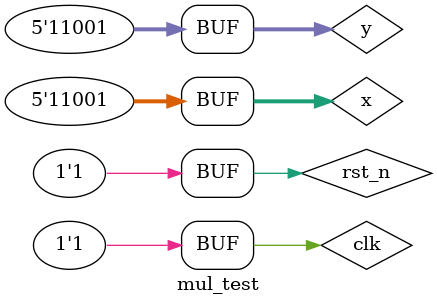
<source format=v>
`timescale 1ns / 1ps



module mul_test;

	// Inputs
	reg [4:0] x;
	reg [4:0] y;
	reg clk;
	reg rst_n;

	// Outputs
	wire [9:0] res;

	// Instantiate the Unit Under Test (UUT)
	demo_one uut (
		.x(x), 
		.y(y), 
		.clk(clk), 
		.rst_n(rst_n), 
		.res(res)
	);

	initial begin
		// Initialize Inputs
		x = 25;
		y = 25;
		clk = 0;
		rst_n = 0;

		// Wait 100 ns for global reset to finish
		#100;clk = 1;rst_n=1;


		// Add stimulus here

	end
      
endmodule


</source>
